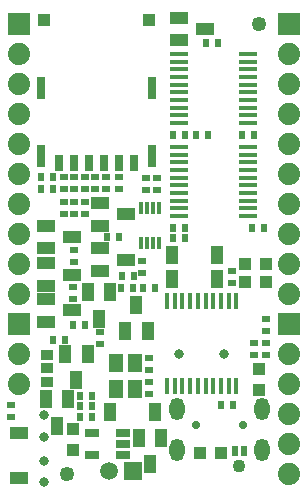
<source format=gbr>
G04 #@! TF.GenerationSoftware,KiCad,Pcbnew,6.0.0-unknown-d4e9ddc~100~ubuntu18.04.1*
G04 #@! TF.CreationDate,2019-08-02T11:15:37+03:00*
G04 #@! TF.ProjectId,NB-IoT-DevKit_Rev_B,4e422d49-6f54-42d4-9465-764b69745f52,B*
G04 #@! TF.SameCoordinates,Original*
G04 #@! TF.FileFunction,Soldermask,Bot*
G04 #@! TF.FilePolarity,Negative*
%FSLAX46Y46*%
G04 Gerber Fmt 4.6, Leading zero omitted, Abs format (unit mm)*
G04 Created by KiCad (PCBNEW 6.0.0-unknown-d4e9ddc~100~ubuntu18.04.1) date 2019-08-02 11:15:37*
%MOMM*%
%LPD*%
G04 APERTURE LIST*
%ADD10C,0.801600*%
%ADD11R,1.501600X1.101600*%
%ADD12R,0.651600X0.601600*%
%ADD13R,0.601600X0.651600*%
%ADD14R,1.101600X1.501600*%
%ADD15R,0.609600X0.863600*%
%ADD16R,1.117600X1.117600*%
%ADD17R,0.351600X1.101600*%
%ADD18C,1.879600*%
%ADD19R,1.879600X1.879600*%
%ADD20C,1.501600*%
%ADD21R,1.501600X1.501600*%
%ADD22R,1.131600X1.101600*%
%ADD23R,0.651600X1.901600*%
%ADD24R,0.751600X1.401600*%
%ADD25R,1.501600X0.451600*%
%ADD26C,0.701600*%
%ADD27O,1.301600X1.901600*%
%ADD28R,0.426600X1.371600*%
%ADD29R,1.117600X0.863600*%
%ADD30C,1.254000*%
%ADD31C,1.101600*%
%ADD32R,1.301600X1.501600*%
%ADD33R,1.301600X0.651600*%
G04 APERTURE END LIST*
D10*
X134239000Y-95366000D03*
X134239000Y-97166000D03*
D11*
X138973560Y-83118960D03*
X138973560Y-81216500D03*
X141183360Y-82171540D03*
D12*
X137668000Y-78359000D03*
X137668000Y-77343000D03*
D13*
X138303000Y-93726000D03*
X137287000Y-93726000D03*
X146177000Y-71628000D03*
X145161000Y-71628000D03*
D12*
X135890000Y-77343000D03*
X135890000Y-78359000D03*
D13*
X137287000Y-94615000D03*
X138303000Y-94615000D03*
X148971000Y-63817500D03*
X147955000Y-63817500D03*
X140779500Y-84582000D03*
X141795500Y-84582000D03*
D14*
X148839000Y-83820000D03*
X145039000Y-83820000D03*
X148839000Y-81788000D03*
X145039000Y-81788000D03*
D11*
X141138000Y-78359000D03*
X138938000Y-77409000D03*
X138938000Y-79309000D03*
D15*
X151130000Y-98425000D03*
X150368000Y-98425000D03*
D16*
X147447000Y-98552000D03*
X149225000Y-98552000D03*
D12*
X136715500Y-84518500D03*
X136715500Y-85534500D03*
D13*
X145161000Y-80391000D03*
X146177000Y-80391000D03*
D17*
X142442500Y-77801682D03*
X142942500Y-77801682D03*
X143442500Y-77801682D03*
X143942500Y-77801682D03*
X143942500Y-80801682D03*
X143442500Y-80801682D03*
X142942500Y-80801682D03*
X142442500Y-80801682D03*
D10*
X145669000Y-90170000D03*
X149479000Y-90170000D03*
D18*
X154940000Y-69850000D03*
X154940000Y-67310000D03*
X154940000Y-64770000D03*
D19*
X154940000Y-62230000D03*
D18*
X154940000Y-72390000D03*
X154940000Y-74930000D03*
X154940000Y-80010000D03*
X154940000Y-77470000D03*
X154940000Y-82550000D03*
X154940000Y-85090000D03*
X154940000Y-95250000D03*
X154940000Y-92710000D03*
X154940000Y-90170000D03*
D19*
X154940000Y-87630000D03*
D18*
X154940000Y-97790000D03*
X154940000Y-100330000D03*
X132080000Y-92710000D03*
X132080000Y-90170000D03*
D19*
X132080000Y-87630000D03*
D18*
X132080000Y-69850000D03*
X132080000Y-67310000D03*
X132080000Y-64770000D03*
D19*
X132080000Y-62230000D03*
D18*
X132080000Y-72390000D03*
X132080000Y-74930000D03*
X132080000Y-80010000D03*
X132080000Y-77470000D03*
X132080000Y-82550000D03*
X132080000Y-85090000D03*
D20*
X139715240Y-100058220D03*
D21*
X141744700Y-100055680D03*
D22*
X143149000Y-61928000D03*
X134219000Y-61928000D03*
D23*
X143389000Y-73398000D03*
X133979000Y-73398000D03*
X143389000Y-67648000D03*
X133979000Y-67648000D03*
D24*
X139319000Y-74018000D03*
X141859000Y-74018000D03*
X135509000Y-74018000D03*
X136779000Y-74018000D03*
X138049000Y-74018000D03*
X140589000Y-74018000D03*
D25*
X151490000Y-64766000D03*
X151490000Y-65416000D03*
X151490000Y-66066000D03*
X151490000Y-66716000D03*
X151490000Y-67366000D03*
X151490000Y-68016000D03*
X151490000Y-68666000D03*
X151490000Y-69316000D03*
X151490000Y-69966000D03*
X151490000Y-70616000D03*
X145690000Y-70616000D03*
X145690000Y-69966000D03*
X145690000Y-69316000D03*
X145690000Y-68666000D03*
X145690000Y-68016000D03*
X145690000Y-67366000D03*
X145690000Y-66716000D03*
X145690000Y-66066000D03*
X145690000Y-65416000D03*
X145690000Y-64766000D03*
X151490000Y-72640000D03*
X151490000Y-73290000D03*
X151490000Y-73940000D03*
X151490000Y-74590000D03*
X151490000Y-75240000D03*
X151490000Y-75890000D03*
X151490000Y-76540000D03*
X151490000Y-77190000D03*
X151490000Y-77840000D03*
X151490000Y-78490000D03*
X145690000Y-78490000D03*
X145690000Y-77840000D03*
X145690000Y-77190000D03*
X145690000Y-76540000D03*
X145690000Y-75890000D03*
X145690000Y-75240000D03*
X145690000Y-74590000D03*
X145690000Y-73940000D03*
X145690000Y-73290000D03*
X145690000Y-72640000D03*
D26*
X147098000Y-96144000D03*
X151098000Y-96144000D03*
D27*
X145498000Y-98294000D03*
X145498000Y-94824000D03*
X152698000Y-94824000D03*
X152698000Y-98294000D03*
D28*
X150499000Y-92900500D03*
X149849000Y-92900500D03*
X149199000Y-92900500D03*
X148549000Y-92900500D03*
X147899000Y-92900500D03*
X147249000Y-92900500D03*
X146599000Y-92900500D03*
X145949000Y-92900500D03*
X145299000Y-92900500D03*
X144649000Y-92900500D03*
X144649000Y-85661500D03*
X145299000Y-85661500D03*
X145949000Y-85661500D03*
X146599000Y-85661500D03*
X147249000Y-85661500D03*
X147899000Y-85661500D03*
X148549000Y-85661500D03*
X149199000Y-85661500D03*
X149849000Y-85661500D03*
X150499000Y-85661500D03*
D14*
X142242540Y-97282000D03*
X144145000Y-97282000D03*
X143189960Y-99491800D03*
D29*
X134493000Y-90233500D03*
X134493000Y-91376500D03*
X134493000Y-92519500D03*
D12*
X136779000Y-77343000D03*
X136779000Y-78359000D03*
D16*
X136715500Y-96520000D03*
X136715500Y-98298000D03*
X153035000Y-84074000D03*
X151257000Y-84074000D03*
D13*
X150241000Y-94488000D03*
X149225000Y-94488000D03*
D12*
X143129000Y-90551000D03*
X143129000Y-91567000D03*
X143129000Y-93599000D03*
X143129000Y-92583000D03*
D13*
X143637000Y-84582000D03*
X142621000Y-84582000D03*
X145161000Y-79502000D03*
X146177000Y-79502000D03*
X152844500Y-79502000D03*
X151828500Y-79502000D03*
D16*
X151257000Y-82550000D03*
X153035000Y-82550000D03*
D13*
X147066000Y-71628000D03*
X148082000Y-71628000D03*
X152019000Y-71628000D03*
X151003000Y-71628000D03*
D12*
X140589000Y-76200000D03*
X140589000Y-75184000D03*
X138557000Y-75184000D03*
X138557000Y-76200000D03*
X137668000Y-75184000D03*
X137668000Y-76200000D03*
D13*
X135001000Y-75184000D03*
X133985000Y-75184000D03*
D11*
X132080000Y-96901000D03*
X132080000Y-100701000D03*
D14*
X139832000Y-95123000D03*
X143632000Y-95123000D03*
X136019540Y-90170000D03*
X137922000Y-90170000D03*
X136966960Y-92379800D03*
X134368540Y-94015560D03*
X136271000Y-94015560D03*
X135315960Y-96225360D03*
D11*
X134401560Y-81213960D03*
X134401560Y-79311500D03*
X136611360Y-80266540D03*
D30*
X152400000Y-62230000D03*
X136144000Y-100330000D03*
D31*
X150749000Y-99695000D03*
D10*
X134239000Y-99239500D03*
X134239000Y-101039500D03*
D32*
X140297000Y-90975000D03*
X141897000Y-93175000D03*
X140297000Y-93175000D03*
X141897000Y-90975000D03*
D12*
X139001500Y-88328500D03*
X139001500Y-89344500D03*
X131445000Y-95504000D03*
X131445000Y-94488000D03*
D13*
X137287000Y-95504000D03*
X138303000Y-95504000D03*
D12*
X136779000Y-82359500D03*
X136779000Y-81343500D03*
D13*
X135001000Y-88963500D03*
X136017000Y-88963500D03*
D12*
X152019000Y-89281000D03*
X152019000Y-90297000D03*
D13*
X136652000Y-87693500D03*
X137668000Y-87693500D03*
X141859000Y-83566000D03*
X140843000Y-83566000D03*
X139573000Y-80264000D03*
X140589000Y-80264000D03*
D12*
X150114000Y-83185000D03*
X150114000Y-84201000D03*
X142875000Y-75311000D03*
X142875000Y-76327000D03*
X143764000Y-75311000D03*
X143764000Y-76327000D03*
X153035000Y-88265000D03*
X153035000Y-87249000D03*
X153035000Y-89281000D03*
X153035000Y-90297000D03*
X142494000Y-83312000D03*
X142494000Y-82296000D03*
D13*
X135001000Y-76200000D03*
X133985000Y-76200000D03*
D12*
X139446000Y-76200000D03*
X139446000Y-75184000D03*
X136779000Y-76200000D03*
X136779000Y-75184000D03*
X135890000Y-76200000D03*
X135890000Y-75184000D03*
D14*
X137924540Y-84963000D03*
X139827000Y-84963000D03*
X138871960Y-87172800D03*
D11*
X134366000Y-84388960D03*
X134366000Y-82486500D03*
X136575800Y-83441540D03*
X134366000Y-87429340D03*
X134366000Y-85526880D03*
X136575800Y-86481920D03*
D14*
X142999460Y-88229440D03*
X141097000Y-88229440D03*
X142052040Y-86019640D03*
D11*
X145669000Y-63624460D03*
X145669000Y-61722000D03*
X147878800Y-62677040D03*
D33*
X140873000Y-96837500D03*
X140873000Y-97787500D03*
X140873000Y-98737500D03*
X138273000Y-96837500D03*
X138273000Y-98737500D03*
D16*
X152400000Y-91440000D03*
X152400000Y-93218000D03*
M02*

</source>
